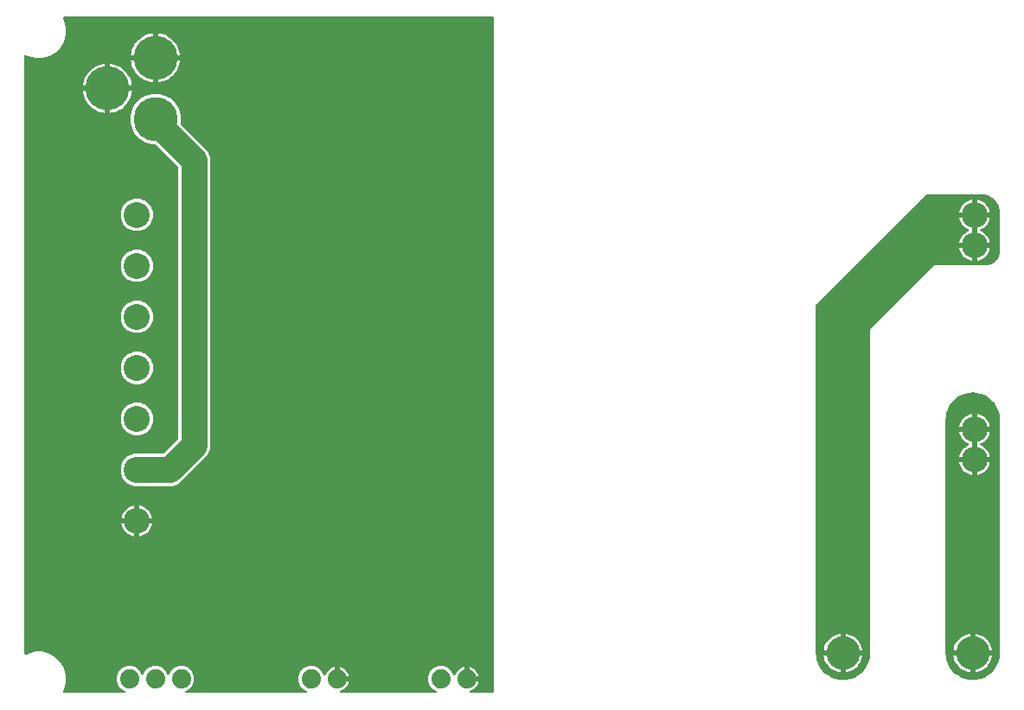
<source format=gbl>
G04 EAGLE Gerber RS-274X export*
G75*
%MOMM*%
%FSLAX34Y34*%
%LPD*%
%INBottom Copper*%
%IPPOS*%
%AMOC8*
5,1,8,0,0,1.08239X$1,22.5*%
G01*
%ADD10C,2.540000*%
%ADD11C,4.318000*%
%ADD12C,1.879600*%
%ADD13C,3.302000*%
%ADD14C,2.540000*%

G36*
X109188Y11439D02*
X109188Y11439D01*
X109258Y11438D01*
X109345Y11459D01*
X109435Y11471D01*
X109499Y11496D01*
X109567Y11513D01*
X109647Y11555D01*
X109730Y11588D01*
X109787Y11629D01*
X109848Y11661D01*
X109915Y11722D01*
X109988Y11774D01*
X110032Y11828D01*
X110084Y11875D01*
X110133Y11950D01*
X110190Y12019D01*
X110220Y12083D01*
X110258Y12141D01*
X110288Y12226D01*
X110326Y12307D01*
X110339Y12376D01*
X110362Y12442D01*
X110369Y12531D01*
X110386Y12619D01*
X110381Y12689D01*
X110387Y12759D01*
X110371Y12847D01*
X110366Y12937D01*
X110344Y13003D01*
X110332Y13072D01*
X110296Y13154D01*
X110268Y13239D01*
X110231Y13298D01*
X110202Y13362D01*
X110146Y13432D01*
X110098Y13508D01*
X110047Y13556D01*
X110003Y13610D01*
X109932Y13665D01*
X109866Y13726D01*
X109805Y13760D01*
X109749Y13802D01*
X109605Y13873D01*
X107250Y14848D01*
X103748Y18350D01*
X101853Y22924D01*
X101853Y27876D01*
X103748Y32450D01*
X107250Y35952D01*
X111824Y37847D01*
X116776Y37847D01*
X121350Y35952D01*
X124852Y32450D01*
X125827Y30095D01*
X125896Y29975D01*
X125961Y29852D01*
X125975Y29837D01*
X125985Y29819D01*
X126082Y29719D01*
X126175Y29616D01*
X126192Y29605D01*
X126206Y29591D01*
X126324Y29518D01*
X126441Y29442D01*
X126460Y29435D01*
X126477Y29424D01*
X126610Y29384D01*
X126742Y29338D01*
X126762Y29337D01*
X126781Y29331D01*
X126920Y29324D01*
X127059Y29313D01*
X127079Y29317D01*
X127099Y29316D01*
X127235Y29344D01*
X127372Y29368D01*
X127391Y29376D01*
X127410Y29380D01*
X127535Y29441D01*
X127662Y29498D01*
X127678Y29511D01*
X127696Y29520D01*
X127802Y29610D01*
X127910Y29697D01*
X127923Y29713D01*
X127938Y29726D01*
X128018Y29840D01*
X128102Y29951D01*
X128114Y29976D01*
X128121Y29986D01*
X128128Y30005D01*
X128173Y30095D01*
X129148Y32450D01*
X132650Y35952D01*
X137224Y37847D01*
X142176Y37847D01*
X146750Y35952D01*
X150252Y32450D01*
X151227Y30095D01*
X151296Y29975D01*
X151361Y29852D01*
X151375Y29837D01*
X151385Y29819D01*
X151482Y29719D01*
X151575Y29616D01*
X151592Y29605D01*
X151606Y29591D01*
X151725Y29518D01*
X151841Y29442D01*
X151860Y29435D01*
X151877Y29424D01*
X152010Y29384D01*
X152142Y29338D01*
X152162Y29337D01*
X152181Y29331D01*
X152320Y29324D01*
X152459Y29313D01*
X152479Y29317D01*
X152499Y29316D01*
X152635Y29344D01*
X152772Y29368D01*
X152791Y29376D01*
X152810Y29380D01*
X152936Y29441D01*
X153062Y29498D01*
X153078Y29511D01*
X153096Y29520D01*
X153202Y29610D01*
X153310Y29697D01*
X153323Y29713D01*
X153338Y29726D01*
X153418Y29840D01*
X153502Y29951D01*
X153514Y29976D01*
X153521Y29986D01*
X153528Y30005D01*
X153573Y30095D01*
X154548Y32450D01*
X158050Y35952D01*
X162624Y37847D01*
X167576Y37847D01*
X172150Y35952D01*
X175652Y32450D01*
X177547Y27876D01*
X177547Y22924D01*
X175652Y18350D01*
X172150Y14848D01*
X169795Y13873D01*
X169735Y13838D01*
X169670Y13812D01*
X169597Y13760D01*
X169519Y13715D01*
X169469Y13667D01*
X169412Y13626D01*
X169355Y13556D01*
X169291Y13494D01*
X169254Y13434D01*
X169210Y13381D01*
X169171Y13299D01*
X169124Y13223D01*
X169104Y13156D01*
X169074Y13093D01*
X169057Y13005D01*
X169031Y12919D01*
X169027Y12849D01*
X169014Y12780D01*
X169020Y12691D01*
X169016Y12601D01*
X169030Y12533D01*
X169034Y12463D01*
X169062Y12378D01*
X169080Y12290D01*
X169111Y12227D01*
X169132Y12161D01*
X169180Y12085D01*
X169220Y12004D01*
X169265Y11951D01*
X169302Y11892D01*
X169368Y11830D01*
X169426Y11762D01*
X169483Y11722D01*
X169534Y11674D01*
X169613Y11631D01*
X169686Y11579D01*
X169751Y11554D01*
X169812Y11520D01*
X169899Y11498D01*
X169983Y11466D01*
X170053Y11458D01*
X170120Y11441D01*
X170281Y11431D01*
X286919Y11431D01*
X286988Y11439D01*
X287058Y11438D01*
X287145Y11459D01*
X287235Y11471D01*
X287299Y11496D01*
X287367Y11513D01*
X287447Y11555D01*
X287530Y11588D01*
X287587Y11629D01*
X287648Y11661D01*
X287715Y11722D01*
X287788Y11774D01*
X287832Y11828D01*
X287884Y11875D01*
X287933Y11950D01*
X287990Y12019D01*
X288020Y12083D01*
X288058Y12141D01*
X288088Y12226D01*
X288126Y12307D01*
X288139Y12376D01*
X288162Y12442D01*
X288169Y12531D01*
X288186Y12619D01*
X288181Y12689D01*
X288187Y12759D01*
X288172Y12847D01*
X288166Y12937D01*
X288144Y13003D01*
X288133Y13072D01*
X288096Y13154D01*
X288068Y13239D01*
X288031Y13298D01*
X288002Y13362D01*
X287946Y13432D01*
X287898Y13508D01*
X287847Y13556D01*
X287803Y13610D01*
X287732Y13665D01*
X287666Y13726D01*
X287605Y13760D01*
X287549Y13802D01*
X287405Y13873D01*
X285050Y14848D01*
X281548Y18350D01*
X279653Y22924D01*
X279653Y27876D01*
X281548Y32450D01*
X285050Y35952D01*
X289624Y37847D01*
X294576Y37847D01*
X299150Y35952D01*
X302652Y32450D01*
X303905Y29425D01*
X303920Y29399D01*
X303929Y29370D01*
X303999Y29261D01*
X304063Y29148D01*
X304084Y29127D01*
X304100Y29102D01*
X304194Y29013D01*
X304284Y28920D01*
X304310Y28904D01*
X304331Y28884D01*
X304445Y28821D01*
X304555Y28754D01*
X304584Y28745D01*
X304610Y28731D01*
X304735Y28698D01*
X304859Y28660D01*
X304889Y28659D01*
X304918Y28651D01*
X305048Y28651D01*
X305177Y28645D01*
X305206Y28651D01*
X305236Y28651D01*
X305361Y28683D01*
X305488Y28709D01*
X305515Y28722D01*
X305544Y28730D01*
X305657Y28792D01*
X305774Y28849D01*
X305797Y28868D01*
X305823Y28883D01*
X305917Y28971D01*
X306016Y29055D01*
X306033Y29080D01*
X306055Y29100D01*
X306124Y29209D01*
X306199Y29315D01*
X306210Y29343D01*
X306226Y29369D01*
X306285Y29518D01*
X306436Y29983D01*
X307289Y31657D01*
X308394Y33178D01*
X309722Y34506D01*
X311243Y35611D01*
X312917Y36464D01*
X314704Y37045D01*
X314961Y37085D01*
X314961Y26670D01*
X314976Y26552D01*
X314983Y26433D01*
X314996Y26395D01*
X315001Y26355D01*
X315044Y26244D01*
X315081Y26131D01*
X315103Y26097D01*
X315118Y26059D01*
X315188Y25963D01*
X315251Y25862D01*
X315281Y25834D01*
X315304Y25802D01*
X315396Y25726D01*
X315483Y25644D01*
X315518Y25625D01*
X315549Y25599D01*
X315657Y25548D01*
X315761Y25491D01*
X315801Y25480D01*
X315837Y25463D01*
X315954Y25441D01*
X316069Y25411D01*
X316130Y25407D01*
X316150Y25403D01*
X316170Y25405D01*
X316230Y25401D01*
X317501Y25401D01*
X317501Y24130D01*
X317516Y24012D01*
X317523Y23893D01*
X317536Y23855D01*
X317541Y23814D01*
X317585Y23704D01*
X317621Y23591D01*
X317643Y23556D01*
X317658Y23519D01*
X317728Y23423D01*
X317791Y23322D01*
X317821Y23294D01*
X317845Y23261D01*
X317936Y23186D01*
X318023Y23104D01*
X318058Y23084D01*
X318090Y23059D01*
X318197Y23008D01*
X318302Y22950D01*
X318341Y22940D01*
X318377Y22923D01*
X318494Y22901D01*
X318609Y22871D01*
X318670Y22867D01*
X318690Y22863D01*
X318710Y22865D01*
X318770Y22861D01*
X329185Y22861D01*
X329145Y22604D01*
X328564Y20817D01*
X327711Y19143D01*
X326606Y17622D01*
X325278Y16294D01*
X323757Y15189D01*
X322083Y14336D01*
X320763Y13907D01*
X320655Y13856D01*
X320544Y13812D01*
X320512Y13789D01*
X320475Y13772D01*
X320383Y13696D01*
X320287Y13626D01*
X320261Y13595D01*
X320230Y13569D01*
X320160Y13473D01*
X320084Y13381D01*
X320067Y13344D01*
X320043Y13312D01*
X319999Y13201D01*
X319948Y13093D01*
X319941Y13053D01*
X319926Y13016D01*
X319911Y12898D01*
X319889Y12780D01*
X319891Y12740D01*
X319886Y12701D01*
X319901Y12582D01*
X319908Y12463D01*
X319921Y12425D01*
X319926Y12385D01*
X319970Y12274D01*
X320006Y12161D01*
X320028Y12127D01*
X320043Y12089D01*
X320113Y11993D01*
X320176Y11892D01*
X320206Y11864D01*
X320229Y11832D01*
X320321Y11756D01*
X320408Y11674D01*
X320443Y11655D01*
X320474Y11629D01*
X320582Y11578D01*
X320687Y11520D01*
X320725Y11510D01*
X320762Y11493D01*
X320879Y11471D01*
X320995Y11441D01*
X321054Y11437D01*
X321074Y11433D01*
X321095Y11435D01*
X321155Y11431D01*
X413919Y11431D01*
X413988Y11439D01*
X414058Y11438D01*
X414145Y11459D01*
X414235Y11471D01*
X414299Y11496D01*
X414367Y11513D01*
X414447Y11555D01*
X414530Y11588D01*
X414587Y11629D01*
X414648Y11661D01*
X414715Y11722D01*
X414788Y11774D01*
X414832Y11828D01*
X414884Y11875D01*
X414933Y11950D01*
X414990Y12019D01*
X415020Y12083D01*
X415058Y12141D01*
X415088Y12226D01*
X415126Y12307D01*
X415139Y12376D01*
X415162Y12442D01*
X415169Y12531D01*
X415186Y12619D01*
X415181Y12689D01*
X415187Y12759D01*
X415172Y12847D01*
X415166Y12937D01*
X415144Y13003D01*
X415133Y13072D01*
X415096Y13154D01*
X415068Y13239D01*
X415031Y13298D01*
X415002Y13362D01*
X414946Y13432D01*
X414898Y13508D01*
X414847Y13556D01*
X414803Y13610D01*
X414732Y13665D01*
X414666Y13726D01*
X414605Y13760D01*
X414549Y13802D01*
X414405Y13873D01*
X412050Y14848D01*
X408548Y18350D01*
X406653Y22924D01*
X406653Y27876D01*
X408548Y32450D01*
X412050Y35952D01*
X416624Y37847D01*
X421576Y37847D01*
X426150Y35952D01*
X429652Y32450D01*
X430905Y29425D01*
X430920Y29399D01*
X430929Y29370D01*
X430999Y29261D01*
X431063Y29148D01*
X431084Y29127D01*
X431100Y29102D01*
X431194Y29013D01*
X431284Y28920D01*
X431310Y28904D01*
X431331Y28884D01*
X431445Y28821D01*
X431555Y28754D01*
X431584Y28745D01*
X431610Y28731D01*
X431735Y28698D01*
X431859Y28660D01*
X431889Y28659D01*
X431918Y28651D01*
X432048Y28651D01*
X432177Y28645D01*
X432206Y28651D01*
X432236Y28651D01*
X432361Y28683D01*
X432488Y28709D01*
X432515Y28722D01*
X432544Y28730D01*
X432657Y28792D01*
X432774Y28849D01*
X432797Y28868D01*
X432823Y28883D01*
X432917Y28971D01*
X433016Y29055D01*
X433033Y29080D01*
X433055Y29100D01*
X433124Y29209D01*
X433199Y29315D01*
X433210Y29343D01*
X433226Y29369D01*
X433285Y29518D01*
X433436Y29983D01*
X434289Y31657D01*
X435394Y33178D01*
X436722Y34506D01*
X438243Y35611D01*
X439917Y36464D01*
X441704Y37045D01*
X441961Y37085D01*
X441961Y26670D01*
X441976Y26552D01*
X441983Y26433D01*
X441996Y26395D01*
X442001Y26355D01*
X442044Y26244D01*
X442081Y26131D01*
X442103Y26097D01*
X442118Y26059D01*
X442188Y25963D01*
X442251Y25862D01*
X442281Y25834D01*
X442304Y25802D01*
X442396Y25726D01*
X442483Y25644D01*
X442518Y25625D01*
X442549Y25599D01*
X442657Y25548D01*
X442761Y25491D01*
X442801Y25480D01*
X442837Y25463D01*
X442954Y25441D01*
X443069Y25411D01*
X443130Y25407D01*
X443150Y25403D01*
X443170Y25405D01*
X443230Y25401D01*
X444501Y25401D01*
X444501Y24130D01*
X444516Y24012D01*
X444523Y23893D01*
X444536Y23855D01*
X444541Y23814D01*
X444585Y23704D01*
X444621Y23591D01*
X444643Y23556D01*
X444658Y23519D01*
X444728Y23423D01*
X444791Y23322D01*
X444821Y23294D01*
X444845Y23261D01*
X444936Y23186D01*
X445023Y23104D01*
X445058Y23084D01*
X445090Y23059D01*
X445197Y23008D01*
X445302Y22950D01*
X445341Y22940D01*
X445377Y22923D01*
X445494Y22901D01*
X445609Y22871D01*
X445670Y22867D01*
X445690Y22863D01*
X445710Y22865D01*
X445770Y22861D01*
X456185Y22861D01*
X456145Y22604D01*
X455564Y20817D01*
X454711Y19143D01*
X453606Y17622D01*
X452278Y16294D01*
X450757Y15189D01*
X449083Y14336D01*
X447763Y13907D01*
X447655Y13856D01*
X447544Y13812D01*
X447512Y13789D01*
X447475Y13772D01*
X447383Y13696D01*
X447287Y13626D01*
X447261Y13595D01*
X447230Y13569D01*
X447160Y13473D01*
X447084Y13381D01*
X447067Y13344D01*
X447043Y13312D01*
X446999Y13201D01*
X446948Y13093D01*
X446941Y13053D01*
X446926Y13016D01*
X446911Y12898D01*
X446889Y12780D01*
X446891Y12740D01*
X446886Y12701D01*
X446901Y12582D01*
X446908Y12463D01*
X446921Y12425D01*
X446926Y12385D01*
X446970Y12274D01*
X447006Y12161D01*
X447028Y12127D01*
X447043Y12089D01*
X447113Y11993D01*
X447176Y11892D01*
X447206Y11864D01*
X447229Y11832D01*
X447321Y11756D01*
X447408Y11674D01*
X447443Y11655D01*
X447474Y11629D01*
X447582Y11578D01*
X447687Y11520D01*
X447725Y11510D01*
X447762Y11493D01*
X447879Y11471D01*
X447995Y11441D01*
X448054Y11437D01*
X448074Y11433D01*
X448095Y11435D01*
X448155Y11431D01*
X469900Y11431D01*
X470018Y11446D01*
X470137Y11453D01*
X470175Y11466D01*
X470216Y11471D01*
X470326Y11514D01*
X470439Y11551D01*
X470474Y11573D01*
X470511Y11588D01*
X470607Y11657D01*
X470708Y11721D01*
X470736Y11751D01*
X470769Y11774D01*
X470845Y11866D01*
X470926Y11953D01*
X470946Y11988D01*
X470971Y12019D01*
X471022Y12127D01*
X471080Y12231D01*
X471090Y12271D01*
X471107Y12307D01*
X471129Y12424D01*
X471159Y12539D01*
X471163Y12599D01*
X471167Y12619D01*
X471165Y12640D01*
X471169Y12700D01*
X471169Y673100D01*
X471154Y673218D01*
X471147Y673337D01*
X471134Y673375D01*
X471129Y673416D01*
X471086Y673526D01*
X471049Y673639D01*
X471027Y673674D01*
X471012Y673711D01*
X470943Y673807D01*
X470879Y673908D01*
X470849Y673936D01*
X470826Y673969D01*
X470734Y674045D01*
X470647Y674126D01*
X470612Y674146D01*
X470581Y674171D01*
X470473Y674222D01*
X470369Y674280D01*
X470329Y674290D01*
X470293Y674307D01*
X470176Y674329D01*
X470061Y674359D01*
X470001Y674363D01*
X469981Y674367D01*
X469960Y674365D01*
X469900Y674369D01*
X50330Y674369D01*
X50199Y674353D01*
X50067Y674342D01*
X50041Y674333D01*
X50014Y674329D01*
X49891Y674281D01*
X49766Y674237D01*
X49744Y674222D01*
X49719Y674212D01*
X49612Y674135D01*
X49501Y674061D01*
X49483Y674041D01*
X49461Y674026D01*
X49377Y673924D01*
X49288Y673825D01*
X49276Y673801D01*
X49259Y673781D01*
X49202Y673661D01*
X49141Y673544D01*
X49135Y673517D01*
X49123Y673493D01*
X49098Y673363D01*
X49068Y673234D01*
X49068Y673207D01*
X49063Y673181D01*
X49071Y673049D01*
X49074Y672916D01*
X49081Y672890D01*
X49083Y672863D01*
X49124Y672737D01*
X49159Y672610D01*
X49176Y672575D01*
X49181Y672561D01*
X49193Y672542D01*
X49231Y672465D01*
X50253Y670695D01*
X52071Y663911D01*
X52071Y656889D01*
X50253Y650105D01*
X46742Y644024D01*
X41776Y639058D01*
X35695Y635547D01*
X28911Y633729D01*
X21889Y633729D01*
X15105Y635547D01*
X13335Y636569D01*
X13213Y636621D01*
X13093Y636677D01*
X13066Y636682D01*
X13041Y636693D01*
X12910Y636712D01*
X12780Y636737D01*
X12754Y636735D01*
X12727Y636739D01*
X12595Y636725D01*
X12463Y636717D01*
X12437Y636709D01*
X12411Y636706D01*
X12287Y636660D01*
X12161Y636619D01*
X12138Y636605D01*
X12112Y636595D01*
X12004Y636520D01*
X11892Y636449D01*
X11873Y636429D01*
X11851Y636414D01*
X11765Y636314D01*
X11674Y636217D01*
X11661Y636194D01*
X11643Y636173D01*
X11584Y636055D01*
X11520Y635939D01*
X11514Y635913D01*
X11502Y635888D01*
X11474Y635759D01*
X11441Y635631D01*
X11439Y635593D01*
X11435Y635577D01*
X11436Y635555D01*
X11431Y635470D01*
X11431Y50330D01*
X11447Y50199D01*
X11458Y50067D01*
X11467Y50041D01*
X11471Y50014D01*
X11519Y49892D01*
X11563Y49766D01*
X11578Y49744D01*
X11588Y49719D01*
X11665Y49612D01*
X11739Y49501D01*
X11759Y49483D01*
X11774Y49461D01*
X11877Y49377D01*
X11975Y49288D01*
X11999Y49276D01*
X12019Y49259D01*
X12139Y49202D01*
X12256Y49141D01*
X12283Y49135D01*
X12307Y49123D01*
X12437Y49098D01*
X12566Y49068D01*
X12593Y49068D01*
X12619Y49063D01*
X12751Y49071D01*
X12884Y49074D01*
X12910Y49081D01*
X12937Y49083D01*
X13063Y49124D01*
X13190Y49159D01*
X13225Y49176D01*
X13239Y49181D01*
X13258Y49193D01*
X13335Y49231D01*
X15105Y50253D01*
X21889Y52071D01*
X28911Y52071D01*
X35695Y50253D01*
X41776Y46742D01*
X46742Y41776D01*
X50253Y35695D01*
X52071Y28911D01*
X52071Y21889D01*
X50253Y15105D01*
X49231Y13335D01*
X49179Y13212D01*
X49123Y13093D01*
X49118Y13066D01*
X49107Y13041D01*
X49088Y12910D01*
X49063Y12780D01*
X49065Y12754D01*
X49061Y12727D01*
X49075Y12595D01*
X49083Y12463D01*
X49091Y12437D01*
X49094Y12411D01*
X49140Y12286D01*
X49181Y12161D01*
X49195Y12138D01*
X49205Y12112D01*
X49280Y12004D01*
X49351Y11892D01*
X49371Y11873D01*
X49386Y11851D01*
X49486Y11765D01*
X49583Y11674D01*
X49607Y11661D01*
X49627Y11643D01*
X49745Y11584D01*
X49861Y11520D01*
X49887Y11514D01*
X49912Y11502D01*
X50041Y11474D01*
X50169Y11441D01*
X50207Y11439D01*
X50223Y11435D01*
X50245Y11436D01*
X50330Y11431D01*
X109119Y11431D01*
X109188Y11439D01*
G37*
G36*
X812891Y24134D02*
X812891Y24134D01*
X816505Y24393D01*
X816515Y24395D01*
X816525Y24394D01*
X816685Y24418D01*
X820226Y25189D01*
X820235Y25192D01*
X820245Y25193D01*
X820400Y25240D01*
X823795Y26506D01*
X823804Y26511D01*
X823814Y26513D01*
X823960Y26581D01*
X827141Y28318D01*
X827149Y28324D01*
X827158Y28328D01*
X827293Y28416D01*
X830194Y30588D01*
X830201Y30595D01*
X830210Y30600D01*
X830331Y30706D01*
X832894Y33269D01*
X832900Y33277D01*
X832908Y33283D01*
X833012Y33406D01*
X835184Y36307D01*
X835189Y36316D01*
X835196Y36323D01*
X835282Y36459D01*
X837019Y39640D01*
X837022Y39650D01*
X837028Y39658D01*
X837094Y39805D01*
X838360Y43200D01*
X838363Y43210D01*
X838367Y43219D01*
X838411Y43374D01*
X839182Y46915D01*
X839183Y46925D01*
X839186Y46935D01*
X839208Y47095D01*
X839466Y50709D01*
X839465Y50731D01*
X839469Y50800D01*
X839469Y367774D01*
X902226Y430531D01*
X952500Y430531D01*
X952522Y430533D01*
X952611Y430536D01*
X954816Y430729D01*
X954846Y430735D01*
X954876Y430735D01*
X955034Y430767D01*
X957172Y431340D01*
X957200Y431351D01*
X957230Y431357D01*
X957380Y431416D01*
X959386Y432351D01*
X959412Y432367D01*
X959441Y432378D01*
X959578Y432462D01*
X961391Y433732D01*
X961414Y433752D01*
X961440Y433767D01*
X961561Y433874D01*
X963126Y435439D01*
X963145Y435463D01*
X963168Y435483D01*
X963268Y435609D01*
X964538Y437422D01*
X964552Y437449D01*
X964572Y437472D01*
X964649Y437614D01*
X965584Y439620D01*
X965594Y439649D01*
X965609Y439675D01*
X965660Y439828D01*
X966233Y441966D01*
X966237Y441996D01*
X966247Y442025D01*
X966271Y442184D01*
X966464Y444389D01*
X966464Y444411D01*
X966469Y444500D01*
X966469Y482600D01*
X966467Y482622D01*
X966465Y482700D01*
X966262Y485282D01*
X966258Y485301D01*
X966259Y485320D01*
X966231Y485479D01*
X965626Y487998D01*
X965619Y488016D01*
X965617Y488035D01*
X965565Y488188D01*
X964573Y490581D01*
X964564Y490598D01*
X964558Y490616D01*
X964483Y490759D01*
X963129Y492968D01*
X963117Y492983D01*
X963109Y493000D01*
X963012Y493129D01*
X961330Y495099D01*
X961315Y495112D01*
X961304Y495127D01*
X961189Y495240D01*
X959219Y496922D01*
X959203Y496933D01*
X959189Y496946D01*
X959058Y497039D01*
X956849Y498393D01*
X956831Y498401D01*
X956816Y498412D01*
X956671Y498483D01*
X954278Y499475D01*
X954259Y499480D01*
X954242Y499489D01*
X954088Y499536D01*
X951569Y500141D01*
X951550Y500143D01*
X951532Y500149D01*
X951372Y500172D01*
X948790Y500375D01*
X948768Y500374D01*
X948690Y500379D01*
X895350Y500379D01*
X895252Y500367D01*
X895153Y500364D01*
X895095Y500347D01*
X895034Y500339D01*
X894942Y500303D01*
X894847Y500275D01*
X894795Y500245D01*
X894739Y500222D01*
X894659Y500164D01*
X894573Y500114D01*
X894498Y500048D01*
X894481Y500036D01*
X894474Y500026D01*
X894453Y500008D01*
X786503Y392058D01*
X786442Y391979D01*
X786374Y391907D01*
X786345Y391854D01*
X786308Y391806D01*
X786268Y391715D01*
X786220Y391629D01*
X786205Y391570D01*
X786181Y391514D01*
X786166Y391416D01*
X786141Y391321D01*
X786135Y391221D01*
X786131Y391200D01*
X786133Y391188D01*
X786131Y391160D01*
X786131Y50800D01*
X786133Y50779D01*
X786134Y50709D01*
X786393Y47095D01*
X786395Y47085D01*
X786394Y47075D01*
X786418Y46915D01*
X787189Y43374D01*
X787192Y43365D01*
X787193Y43355D01*
X787240Y43200D01*
X788506Y39805D01*
X788511Y39796D01*
X788513Y39786D01*
X788581Y39640D01*
X790318Y36459D01*
X790324Y36451D01*
X790328Y36442D01*
X790416Y36307D01*
X792588Y33406D01*
X792595Y33399D01*
X792600Y33390D01*
X792706Y33269D01*
X795269Y30706D01*
X795277Y30700D01*
X795283Y30692D01*
X795406Y30588D01*
X798307Y28416D01*
X798316Y28411D01*
X798323Y28404D01*
X798459Y28318D01*
X801640Y26581D01*
X801650Y26578D01*
X801658Y26572D01*
X801805Y26506D01*
X805200Y25240D01*
X805210Y25237D01*
X805219Y25233D01*
X805374Y25189D01*
X808915Y24418D01*
X808925Y24417D01*
X808935Y24414D01*
X809095Y24393D01*
X812709Y24134D01*
X812720Y24135D01*
X812730Y24133D01*
X812891Y24134D01*
G37*
G36*
X939891Y24134D02*
X939891Y24134D01*
X943505Y24393D01*
X943515Y24395D01*
X943525Y24394D01*
X943685Y24418D01*
X947226Y25189D01*
X947235Y25192D01*
X947245Y25193D01*
X947400Y25240D01*
X950795Y26506D01*
X950804Y26511D01*
X950814Y26513D01*
X950960Y26581D01*
X954141Y28318D01*
X954149Y28324D01*
X954158Y28328D01*
X954293Y28416D01*
X957194Y30588D01*
X957201Y30595D01*
X957210Y30600D01*
X957331Y30706D01*
X959894Y33269D01*
X959900Y33277D01*
X959908Y33283D01*
X960012Y33406D01*
X962184Y36307D01*
X962189Y36316D01*
X962196Y36323D01*
X962282Y36459D01*
X964019Y39640D01*
X964022Y39650D01*
X964028Y39658D01*
X964094Y39805D01*
X965360Y43200D01*
X965363Y43210D01*
X965367Y43219D01*
X965411Y43374D01*
X966182Y46915D01*
X966183Y46925D01*
X966186Y46935D01*
X966208Y47095D01*
X966466Y50709D01*
X966465Y50731D01*
X966469Y50800D01*
X966469Y279400D01*
X966467Y279421D01*
X966466Y279491D01*
X966208Y283105D01*
X966206Y283115D01*
X966206Y283125D01*
X966182Y283285D01*
X965411Y286826D01*
X965408Y286835D01*
X965407Y286845D01*
X965360Y287000D01*
X964094Y290395D01*
X964089Y290404D01*
X964087Y290414D01*
X964019Y290560D01*
X962282Y293741D01*
X962276Y293749D01*
X962272Y293758D01*
X962184Y293893D01*
X960012Y296794D01*
X960005Y296801D01*
X960000Y296810D01*
X959894Y296931D01*
X957331Y299494D01*
X957323Y299500D01*
X957317Y299508D01*
X957194Y299612D01*
X954293Y301784D01*
X954284Y301789D01*
X954277Y301796D01*
X954141Y301882D01*
X950960Y303619D01*
X950950Y303622D01*
X950942Y303628D01*
X950795Y303694D01*
X947400Y304960D01*
X947390Y304963D01*
X947381Y304967D01*
X947226Y305011D01*
X943685Y305782D01*
X943675Y305783D01*
X943665Y305786D01*
X943505Y305808D01*
X939891Y306066D01*
X939880Y306065D01*
X939870Y306067D01*
X939709Y306066D01*
X936095Y305808D01*
X936085Y305806D01*
X936075Y305806D01*
X935915Y305782D01*
X932374Y305011D01*
X932365Y305008D01*
X932355Y305007D01*
X932200Y304960D01*
X928805Y303694D01*
X928796Y303689D01*
X928786Y303687D01*
X928640Y303619D01*
X925459Y301882D01*
X925451Y301876D01*
X925442Y301872D01*
X925307Y301784D01*
X922406Y299612D01*
X922399Y299605D01*
X922390Y299600D01*
X922269Y299494D01*
X919706Y296931D01*
X919700Y296923D01*
X919692Y296917D01*
X919588Y296794D01*
X917416Y293893D01*
X917411Y293884D01*
X917404Y293877D01*
X917318Y293741D01*
X915581Y290560D01*
X915578Y290550D01*
X915572Y290542D01*
X915506Y290395D01*
X914240Y287000D01*
X914237Y286990D01*
X914233Y286981D01*
X914189Y286826D01*
X913418Y283285D01*
X913417Y283275D01*
X913414Y283265D01*
X913393Y283105D01*
X913134Y279491D01*
X913135Y279469D01*
X913131Y279400D01*
X913131Y50800D01*
X913133Y50779D01*
X913134Y50709D01*
X913393Y47095D01*
X913395Y47085D01*
X913394Y47075D01*
X913418Y46915D01*
X914189Y43374D01*
X914192Y43365D01*
X914193Y43355D01*
X914240Y43200D01*
X915506Y39805D01*
X915511Y39796D01*
X915513Y39786D01*
X915581Y39640D01*
X917318Y36459D01*
X917324Y36451D01*
X917328Y36442D01*
X917416Y36307D01*
X919588Y33406D01*
X919595Y33399D01*
X919600Y33390D01*
X919706Y33269D01*
X922269Y30706D01*
X922277Y30700D01*
X922283Y30692D01*
X922406Y30588D01*
X925307Y28416D01*
X925316Y28411D01*
X925323Y28404D01*
X925459Y28318D01*
X928640Y26581D01*
X928650Y26578D01*
X928658Y26572D01*
X928805Y26506D01*
X932200Y25240D01*
X932210Y25237D01*
X932219Y25233D01*
X932374Y25189D01*
X935915Y24418D01*
X935925Y24417D01*
X935935Y24414D01*
X936095Y24393D01*
X939709Y24134D01*
X939720Y24135D01*
X939730Y24133D01*
X939891Y24134D01*
G37*
%LPC*%
G36*
X118367Y214451D02*
X118367Y214451D01*
X112579Y216849D01*
X108149Y221279D01*
X105751Y227067D01*
X105751Y233333D01*
X108149Y239121D01*
X112579Y243551D01*
X118367Y245949D01*
X146951Y245949D01*
X147049Y245961D01*
X147148Y245964D01*
X147206Y245981D01*
X147266Y245989D01*
X147359Y246025D01*
X147454Y246053D01*
X147506Y246083D01*
X147562Y246106D01*
X147642Y246164D01*
X147728Y246214D01*
X147803Y246280D01*
X147819Y246292D01*
X147827Y246302D01*
X147848Y246320D01*
X161680Y260152D01*
X161740Y260230D01*
X161808Y260302D01*
X161837Y260355D01*
X161874Y260403D01*
X161914Y260494D01*
X161962Y260580D01*
X161977Y260639D01*
X162001Y260695D01*
X162016Y260793D01*
X162041Y260888D01*
X162047Y260988D01*
X162051Y261009D01*
X162049Y261021D01*
X162051Y261049D01*
X162051Y526351D01*
X162039Y526449D01*
X162036Y526548D01*
X162019Y526606D01*
X162011Y526666D01*
X161975Y526759D01*
X161947Y526854D01*
X161917Y526906D01*
X161894Y526962D01*
X161836Y527042D01*
X161786Y527128D01*
X161720Y527203D01*
X161708Y527219D01*
X161698Y527227D01*
X161680Y527248D01*
X139738Y549190D01*
X139660Y549250D01*
X139588Y549318D01*
X139535Y549347D01*
X139487Y549384D01*
X139396Y549424D01*
X139310Y549472D01*
X139251Y549487D01*
X139195Y549511D01*
X139097Y549526D01*
X139002Y549551D01*
X138902Y549557D01*
X138881Y549561D01*
X138869Y549559D01*
X138841Y549561D01*
X136456Y549561D01*
X130190Y551240D01*
X124571Y554484D01*
X119984Y559071D01*
X116740Y564690D01*
X115061Y570956D01*
X115061Y577444D01*
X116740Y583710D01*
X119984Y589329D01*
X124571Y593916D01*
X130190Y597160D01*
X136456Y598839D01*
X142944Y598839D01*
X149210Y597160D01*
X154829Y593916D01*
X159416Y589329D01*
X162660Y583710D01*
X164339Y577444D01*
X164339Y570956D01*
X164143Y570226D01*
X164129Y570122D01*
X164106Y570019D01*
X164106Y569997D01*
X164103Y569981D01*
X164105Y569949D01*
X164100Y569911D01*
X164112Y569806D01*
X164115Y569701D01*
X164122Y569677D01*
X164123Y569664D01*
X164132Y569637D01*
X164136Y569595D01*
X164174Y569497D01*
X164204Y569395D01*
X164218Y569371D01*
X164221Y569361D01*
X164234Y569340D01*
X164250Y569298D01*
X164312Y569212D01*
X164365Y569121D01*
X164422Y569057D01*
X164435Y569039D01*
X164446Y569029D01*
X164472Y569000D01*
X191151Y542321D01*
X193549Y536533D01*
X193549Y250867D01*
X191151Y245079D01*
X162921Y216849D01*
X157133Y214451D01*
X118367Y214451D01*
G37*
%LPD*%
%LPC*%
G36*
X118367Y464451D02*
X118367Y464451D01*
X112579Y466849D01*
X108149Y471279D01*
X105751Y477067D01*
X105751Y483333D01*
X108149Y489121D01*
X112579Y493551D01*
X118367Y495949D01*
X124633Y495949D01*
X130421Y493551D01*
X134851Y489121D01*
X137249Y483333D01*
X137249Y477067D01*
X134851Y471279D01*
X130421Y466849D01*
X124633Y464451D01*
X118367Y464451D01*
G37*
%LPD*%
%LPC*%
G36*
X118367Y364451D02*
X118367Y364451D01*
X112579Y366849D01*
X108149Y371279D01*
X105751Y377067D01*
X105751Y383333D01*
X108149Y389121D01*
X112579Y393551D01*
X118367Y395949D01*
X124633Y395949D01*
X130421Y393551D01*
X134851Y389121D01*
X137249Y383333D01*
X137249Y377067D01*
X134851Y371279D01*
X130421Y366849D01*
X124633Y364451D01*
X118367Y364451D01*
G37*
%LPD*%
%LPC*%
G36*
X118367Y414451D02*
X118367Y414451D01*
X112579Y416849D01*
X108149Y421279D01*
X105751Y427067D01*
X105751Y433333D01*
X108149Y439121D01*
X112579Y443551D01*
X118367Y445949D01*
X124633Y445949D01*
X130421Y443551D01*
X134851Y439121D01*
X137249Y433333D01*
X137249Y427067D01*
X134851Y421279D01*
X130421Y416849D01*
X124633Y414451D01*
X118367Y414451D01*
G37*
%LPD*%
%LPC*%
G36*
X118367Y264451D02*
X118367Y264451D01*
X112579Y266849D01*
X108149Y271279D01*
X105751Y277067D01*
X105751Y283333D01*
X108149Y289121D01*
X112579Y293551D01*
X118367Y295949D01*
X124633Y295949D01*
X130421Y293551D01*
X134851Y289121D01*
X137249Y283333D01*
X137249Y277067D01*
X134851Y271279D01*
X130421Y266849D01*
X124633Y264451D01*
X118367Y264451D01*
G37*
%LPD*%
%LPC*%
G36*
X118367Y314451D02*
X118367Y314451D01*
X112579Y316849D01*
X108149Y321279D01*
X105751Y327067D01*
X105751Y333333D01*
X108149Y339121D01*
X112579Y343551D01*
X118367Y345949D01*
X124633Y345949D01*
X130421Y343551D01*
X134851Y339121D01*
X137249Y333333D01*
X137249Y327067D01*
X134851Y321279D01*
X130421Y316849D01*
X124633Y314451D01*
X118367Y314451D01*
G37*
%LPD*%
%LPC*%
G36*
X142239Y636739D02*
X142239Y636739D01*
X142239Y658197D01*
X143748Y658027D01*
X146391Y657424D01*
X148949Y656529D01*
X151391Y655353D01*
X153686Y653911D01*
X155805Y652221D01*
X157721Y650305D01*
X159411Y648186D01*
X160853Y645891D01*
X162029Y643449D01*
X162924Y640891D01*
X163527Y638248D01*
X163697Y636739D01*
X142239Y636739D01*
G37*
%LPD*%
%LPC*%
G36*
X95239Y606739D02*
X95239Y606739D01*
X95239Y628197D01*
X96748Y628027D01*
X99391Y627424D01*
X101949Y626529D01*
X104391Y625353D01*
X106686Y623911D01*
X108805Y622221D01*
X110721Y620305D01*
X112411Y618186D01*
X113853Y615891D01*
X115029Y613449D01*
X115924Y610891D01*
X116527Y608248D01*
X116697Y606739D01*
X95239Y606739D01*
G37*
%LPD*%
%LPC*%
G36*
X115703Y636739D02*
X115703Y636739D01*
X115873Y638248D01*
X116476Y640891D01*
X117371Y643449D01*
X118547Y645891D01*
X119989Y648186D01*
X121679Y650305D01*
X123595Y652221D01*
X125714Y653911D01*
X128009Y655353D01*
X130451Y656529D01*
X133009Y657424D01*
X135652Y658027D01*
X137161Y658197D01*
X137161Y636739D01*
X115703Y636739D01*
G37*
%LPD*%
%LPC*%
G36*
X142239Y631661D02*
X142239Y631661D01*
X163697Y631661D01*
X163527Y630152D01*
X162924Y627509D01*
X162029Y624951D01*
X160853Y622509D01*
X159411Y620214D01*
X157721Y618095D01*
X155805Y616179D01*
X153686Y614489D01*
X151391Y613047D01*
X148949Y611871D01*
X146391Y610976D01*
X143748Y610373D01*
X142239Y610203D01*
X142239Y631661D01*
G37*
%LPD*%
%LPC*%
G36*
X68703Y606739D02*
X68703Y606739D01*
X68873Y608248D01*
X69476Y610891D01*
X70371Y613449D01*
X71547Y615891D01*
X72989Y618186D01*
X74679Y620305D01*
X76595Y622221D01*
X78714Y623911D01*
X81009Y625353D01*
X83451Y626529D01*
X86009Y627424D01*
X88652Y628027D01*
X90161Y628197D01*
X90161Y606739D01*
X68703Y606739D01*
G37*
%LPD*%
%LPC*%
G36*
X95239Y601661D02*
X95239Y601661D01*
X116697Y601661D01*
X116527Y600152D01*
X115924Y597509D01*
X115029Y594951D01*
X113853Y592509D01*
X112411Y590214D01*
X110721Y588095D01*
X108805Y586179D01*
X106686Y584489D01*
X104391Y583047D01*
X101949Y581871D01*
X99391Y580976D01*
X96748Y580373D01*
X95239Y580203D01*
X95239Y601661D01*
G37*
%LPD*%
%LPC*%
G36*
X135652Y610373D02*
X135652Y610373D01*
X133009Y610976D01*
X130451Y611871D01*
X128009Y613047D01*
X125714Y614489D01*
X123595Y616179D01*
X121679Y618095D01*
X119989Y620214D01*
X118547Y622509D01*
X117371Y624951D01*
X116476Y627509D01*
X115873Y630152D01*
X115703Y631661D01*
X137161Y631661D01*
X137161Y610203D01*
X135652Y610373D01*
G37*
%LPD*%
%LPC*%
G36*
X88652Y580373D02*
X88652Y580373D01*
X86009Y580976D01*
X83451Y581871D01*
X81009Y583047D01*
X78714Y584489D01*
X76595Y586179D01*
X74679Y588095D01*
X72989Y590214D01*
X71547Y592509D01*
X70371Y594951D01*
X69476Y597509D01*
X68873Y600152D01*
X68703Y601661D01*
X90161Y601661D01*
X90161Y580203D01*
X88652Y580373D01*
G37*
%LPD*%
%LPC*%
G36*
X944039Y242739D02*
X944039Y242739D01*
X944039Y267661D01*
X956538Y267661D01*
X956480Y267220D01*
X955963Y265290D01*
X955198Y263445D01*
X954199Y261715D01*
X952983Y260130D01*
X951570Y258717D01*
X949985Y257501D01*
X948255Y256502D01*
X947944Y256373D01*
X947823Y256304D01*
X947700Y256239D01*
X947685Y256225D01*
X947668Y256215D01*
X947568Y256119D01*
X947465Y256025D01*
X947454Y256008D01*
X947439Y255994D01*
X947367Y255876D01*
X947290Y255759D01*
X947283Y255740D01*
X947273Y255723D01*
X947232Y255590D01*
X947187Y255458D01*
X947185Y255438D01*
X947179Y255419D01*
X947173Y255280D01*
X947162Y255141D01*
X947165Y255121D01*
X947164Y255101D01*
X947192Y254965D01*
X947216Y254828D01*
X947224Y254810D01*
X947228Y254790D01*
X947290Y254665D01*
X947347Y254538D01*
X947359Y254522D01*
X947368Y254504D01*
X947458Y254398D01*
X947545Y254290D01*
X947561Y254277D01*
X947574Y254262D01*
X947688Y254182D01*
X947799Y254098D01*
X947824Y254086D01*
X947834Y254079D01*
X947854Y254072D01*
X947944Y254027D01*
X948255Y253898D01*
X949985Y252899D01*
X951570Y251683D01*
X952983Y250270D01*
X954199Y248685D01*
X955198Y246955D01*
X955963Y245110D01*
X956480Y243180D01*
X956538Y242739D01*
X944039Y242739D01*
G37*
%LPD*%
%LPC*%
G36*
X944039Y452739D02*
X944039Y452739D01*
X944039Y477661D01*
X956538Y477661D01*
X956480Y477220D01*
X955963Y475290D01*
X955198Y473445D01*
X954199Y471715D01*
X952983Y470130D01*
X951570Y468717D01*
X949985Y467501D01*
X948255Y466502D01*
X947944Y466373D01*
X947823Y466304D01*
X947700Y466239D01*
X947685Y466225D01*
X947668Y466215D01*
X947568Y466119D01*
X947465Y466025D01*
X947454Y466008D01*
X947439Y465994D01*
X947367Y465876D01*
X947290Y465759D01*
X947283Y465740D01*
X947273Y465723D01*
X947232Y465590D01*
X947187Y465458D01*
X947185Y465438D01*
X947179Y465419D01*
X947173Y465280D01*
X947162Y465141D01*
X947165Y465121D01*
X947164Y465101D01*
X947192Y464965D01*
X947216Y464828D01*
X947224Y464810D01*
X947228Y464790D01*
X947290Y464665D01*
X947347Y464538D01*
X947359Y464522D01*
X947368Y464504D01*
X947458Y464398D01*
X947545Y464290D01*
X947561Y464277D01*
X947574Y464262D01*
X947688Y464182D01*
X947799Y464098D01*
X947824Y464086D01*
X947834Y464079D01*
X947854Y464072D01*
X947944Y464027D01*
X948255Y463898D01*
X949985Y462899D01*
X951570Y461683D01*
X952983Y460270D01*
X954199Y458685D01*
X955198Y456955D01*
X955963Y455110D01*
X956480Y453180D01*
X956538Y452739D01*
X944039Y452739D01*
G37*
%LPD*%
%LPC*%
G36*
X926462Y242739D02*
X926462Y242739D01*
X926520Y243180D01*
X927037Y245110D01*
X927802Y246955D01*
X928801Y248685D01*
X930017Y250270D01*
X931430Y251683D01*
X933015Y252899D01*
X934745Y253898D01*
X935056Y254027D01*
X935177Y254096D01*
X935300Y254161D01*
X935315Y254175D01*
X935333Y254185D01*
X935432Y254282D01*
X935535Y254375D01*
X935546Y254392D01*
X935561Y254406D01*
X935633Y254524D01*
X935710Y254641D01*
X935717Y254660D01*
X935727Y254677D01*
X935768Y254810D01*
X935813Y254942D01*
X935815Y254962D01*
X935821Y254981D01*
X935827Y255120D01*
X935838Y255259D01*
X935835Y255279D01*
X935836Y255299D01*
X935808Y255435D01*
X935784Y255572D01*
X935776Y255591D01*
X935772Y255610D01*
X935711Y255735D01*
X935653Y255862D01*
X935641Y255878D01*
X935632Y255896D01*
X935542Y256002D01*
X935455Y256111D01*
X935439Y256123D01*
X935426Y256138D01*
X935312Y256218D01*
X935201Y256302D01*
X935175Y256314D01*
X935165Y256321D01*
X935146Y256328D01*
X935056Y256373D01*
X934745Y256502D01*
X933015Y257501D01*
X931430Y258717D01*
X930017Y260130D01*
X928801Y261715D01*
X927802Y263445D01*
X927037Y265290D01*
X926520Y267220D01*
X926462Y267661D01*
X938961Y267661D01*
X938961Y242739D01*
X926462Y242739D01*
G37*
%LPD*%
%LPC*%
G36*
X926462Y452739D02*
X926462Y452739D01*
X926520Y453180D01*
X927037Y455110D01*
X927802Y456955D01*
X928801Y458685D01*
X930017Y460270D01*
X931430Y461683D01*
X933015Y462899D01*
X934745Y463898D01*
X935056Y464027D01*
X935177Y464096D01*
X935300Y464161D01*
X935315Y464175D01*
X935333Y464185D01*
X935432Y464282D01*
X935535Y464375D01*
X935546Y464392D01*
X935561Y464406D01*
X935633Y464524D01*
X935710Y464641D01*
X935717Y464660D01*
X935727Y464677D01*
X935768Y464810D01*
X935813Y464942D01*
X935815Y464962D01*
X935821Y464981D01*
X935827Y465120D01*
X935838Y465259D01*
X935835Y465279D01*
X935836Y465299D01*
X935808Y465435D01*
X935784Y465572D01*
X935776Y465591D01*
X935772Y465610D01*
X935711Y465735D01*
X935653Y465862D01*
X935641Y465878D01*
X935632Y465896D01*
X935542Y466002D01*
X935455Y466111D01*
X935439Y466123D01*
X935426Y466138D01*
X935312Y466218D01*
X935201Y466302D01*
X935175Y466314D01*
X935165Y466321D01*
X935146Y466328D01*
X935056Y466373D01*
X934745Y466502D01*
X933015Y467501D01*
X931430Y468717D01*
X930017Y470130D01*
X928801Y471715D01*
X927802Y473445D01*
X927037Y475290D01*
X926520Y477220D01*
X926462Y477661D01*
X938961Y477661D01*
X938961Y452739D01*
X926462Y452739D01*
G37*
%LPD*%
%LPC*%
G36*
X815339Y53339D02*
X815339Y53339D01*
X815339Y69681D01*
X816525Y69525D01*
X818937Y68878D01*
X821244Y67923D01*
X823407Y66674D01*
X825388Y65154D01*
X827154Y63388D01*
X828674Y61407D01*
X829923Y59244D01*
X830878Y56937D01*
X831525Y54525D01*
X831681Y53339D01*
X815339Y53339D01*
G37*
%LPD*%
%LPC*%
G36*
X942339Y53339D02*
X942339Y53339D01*
X942339Y69681D01*
X943525Y69525D01*
X945937Y68878D01*
X948244Y67923D01*
X950407Y66674D01*
X952388Y65154D01*
X954154Y63388D01*
X955674Y61407D01*
X956923Y59244D01*
X957878Y56937D01*
X958525Y54525D01*
X958681Y53339D01*
X942339Y53339D01*
G37*
%LPD*%
%LPC*%
G36*
X793919Y53339D02*
X793919Y53339D01*
X794075Y54525D01*
X794722Y56937D01*
X795677Y59244D01*
X796926Y61407D01*
X798446Y63388D01*
X800212Y65154D01*
X802193Y66674D01*
X804356Y67923D01*
X806663Y68878D01*
X809075Y69525D01*
X810261Y69681D01*
X810261Y53339D01*
X793919Y53339D01*
G37*
%LPD*%
%LPC*%
G36*
X942339Y48261D02*
X942339Y48261D01*
X958681Y48261D01*
X958525Y47075D01*
X957878Y44663D01*
X956923Y42356D01*
X955674Y40193D01*
X954154Y38212D01*
X952388Y36446D01*
X950407Y34926D01*
X948244Y33677D01*
X945937Y32722D01*
X943525Y32075D01*
X942339Y31919D01*
X942339Y48261D01*
G37*
%LPD*%
%LPC*%
G36*
X920919Y53339D02*
X920919Y53339D01*
X921075Y54525D01*
X921722Y56937D01*
X922677Y59244D01*
X923926Y61407D01*
X925446Y63388D01*
X927212Y65154D01*
X929193Y66674D01*
X931356Y67923D01*
X933663Y68878D01*
X936075Y69525D01*
X937261Y69681D01*
X937261Y53339D01*
X920919Y53339D01*
G37*
%LPD*%
%LPC*%
G36*
X815339Y48261D02*
X815339Y48261D01*
X831681Y48261D01*
X831525Y47075D01*
X830878Y44663D01*
X829923Y42356D01*
X828674Y40193D01*
X827154Y38212D01*
X825388Y36446D01*
X823407Y34926D01*
X821244Y33677D01*
X818937Y32722D01*
X816525Y32075D01*
X815339Y31919D01*
X815339Y48261D01*
G37*
%LPD*%
%LPC*%
G36*
X936075Y32075D02*
X936075Y32075D01*
X933663Y32722D01*
X931356Y33677D01*
X929193Y34926D01*
X927212Y36446D01*
X925446Y38212D01*
X923926Y40193D01*
X922677Y42356D01*
X921722Y44663D01*
X921075Y47075D01*
X920919Y48261D01*
X937261Y48261D01*
X937261Y31919D01*
X936075Y32075D01*
G37*
%LPD*%
%LPC*%
G36*
X809075Y32075D02*
X809075Y32075D01*
X806663Y32722D01*
X804356Y33677D01*
X802193Y34926D01*
X800212Y36446D01*
X798446Y38212D01*
X796926Y40193D01*
X795677Y42356D01*
X794722Y44663D01*
X794075Y47075D01*
X793919Y48261D01*
X810261Y48261D01*
X810261Y31919D01*
X809075Y32075D01*
G37*
%LPD*%
%LPC*%
G36*
X124039Y182739D02*
X124039Y182739D01*
X124039Y195238D01*
X124480Y195180D01*
X126410Y194663D01*
X128255Y193898D01*
X129985Y192899D01*
X131570Y191683D01*
X132983Y190270D01*
X134199Y188685D01*
X135198Y186955D01*
X135963Y185110D01*
X136480Y183180D01*
X136538Y182739D01*
X124039Y182739D01*
G37*
%LPD*%
%LPC*%
G36*
X944039Y482739D02*
X944039Y482739D01*
X944039Y495238D01*
X944480Y495180D01*
X946410Y494663D01*
X948255Y493898D01*
X949985Y492899D01*
X951570Y491683D01*
X952983Y490270D01*
X954199Y488685D01*
X955198Y486955D01*
X955963Y485110D01*
X956480Y483180D01*
X956538Y482739D01*
X944039Y482739D01*
G37*
%LPD*%
%LPC*%
G36*
X944039Y272739D02*
X944039Y272739D01*
X944039Y285238D01*
X944480Y285180D01*
X946410Y284663D01*
X948255Y283898D01*
X949985Y282899D01*
X951570Y281683D01*
X952983Y280270D01*
X954199Y278685D01*
X955198Y276955D01*
X955963Y275110D01*
X956480Y273180D01*
X956538Y272739D01*
X944039Y272739D01*
G37*
%LPD*%
%LPC*%
G36*
X106462Y182739D02*
X106462Y182739D01*
X106520Y183180D01*
X107037Y185110D01*
X107802Y186955D01*
X108801Y188685D01*
X110017Y190270D01*
X111430Y191683D01*
X113015Y192899D01*
X114745Y193898D01*
X116590Y194663D01*
X118520Y195180D01*
X118961Y195238D01*
X118961Y182739D01*
X106462Y182739D01*
G37*
%LPD*%
%LPC*%
G36*
X124039Y177661D02*
X124039Y177661D01*
X136538Y177661D01*
X136480Y177220D01*
X135963Y175290D01*
X135198Y173445D01*
X134199Y171715D01*
X132983Y170130D01*
X131570Y168717D01*
X129985Y167501D01*
X128255Y166502D01*
X126410Y165737D01*
X124480Y165220D01*
X124039Y165162D01*
X124039Y177661D01*
G37*
%LPD*%
%LPC*%
G36*
X926462Y482739D02*
X926462Y482739D01*
X926520Y483180D01*
X927037Y485110D01*
X927802Y486955D01*
X928801Y488685D01*
X930017Y490270D01*
X931430Y491683D01*
X933015Y492899D01*
X934745Y493898D01*
X936590Y494663D01*
X938520Y495180D01*
X938961Y495238D01*
X938961Y482739D01*
X926462Y482739D01*
G37*
%LPD*%
%LPC*%
G36*
X944039Y447661D02*
X944039Y447661D01*
X956538Y447661D01*
X956480Y447220D01*
X955963Y445290D01*
X955198Y443445D01*
X954199Y441715D01*
X952983Y440130D01*
X951570Y438717D01*
X949985Y437501D01*
X948255Y436502D01*
X946410Y435737D01*
X944480Y435220D01*
X944039Y435162D01*
X944039Y447661D01*
G37*
%LPD*%
%LPC*%
G36*
X944039Y237661D02*
X944039Y237661D01*
X956538Y237661D01*
X956480Y237220D01*
X955963Y235290D01*
X955198Y233445D01*
X954199Y231715D01*
X952983Y230130D01*
X951570Y228717D01*
X949985Y227501D01*
X948255Y226502D01*
X946410Y225737D01*
X944480Y225220D01*
X944039Y225162D01*
X944039Y237661D01*
G37*
%LPD*%
%LPC*%
G36*
X926462Y272739D02*
X926462Y272739D01*
X926520Y273180D01*
X927037Y275110D01*
X927802Y276955D01*
X928801Y278685D01*
X930017Y280270D01*
X931430Y281683D01*
X933015Y282899D01*
X934745Y283898D01*
X936590Y284663D01*
X938520Y285180D01*
X938961Y285238D01*
X938961Y272739D01*
X926462Y272739D01*
G37*
%LPD*%
%LPC*%
G36*
X118520Y165220D02*
X118520Y165220D01*
X116590Y165737D01*
X114745Y166502D01*
X113015Y167501D01*
X111430Y168717D01*
X110017Y170130D01*
X108801Y171715D01*
X107802Y173445D01*
X107037Y175290D01*
X106520Y177220D01*
X106462Y177661D01*
X118961Y177661D01*
X118961Y165162D01*
X118520Y165220D01*
G37*
%LPD*%
%LPC*%
G36*
X938520Y225220D02*
X938520Y225220D01*
X936590Y225737D01*
X934745Y226502D01*
X933015Y227501D01*
X931430Y228717D01*
X930017Y230130D01*
X928801Y231715D01*
X927802Y233445D01*
X927037Y235290D01*
X926520Y237220D01*
X926462Y237661D01*
X938961Y237661D01*
X938961Y225162D01*
X938520Y225220D01*
G37*
%LPD*%
%LPC*%
G36*
X938520Y435220D02*
X938520Y435220D01*
X936590Y435737D01*
X934745Y436502D01*
X933015Y437501D01*
X931430Y438717D01*
X930017Y440130D01*
X928801Y441715D01*
X927802Y443445D01*
X927037Y445290D01*
X926520Y447220D01*
X926462Y447661D01*
X938961Y447661D01*
X938961Y435162D01*
X938520Y435220D01*
G37*
%LPD*%
%LPC*%
G36*
X320039Y27939D02*
X320039Y27939D01*
X320039Y37085D01*
X320296Y37045D01*
X322083Y36464D01*
X323757Y35611D01*
X325278Y34506D01*
X326606Y33178D01*
X327711Y31657D01*
X328564Y29983D01*
X329145Y28196D01*
X329185Y27939D01*
X320039Y27939D01*
G37*
%LPD*%
%LPC*%
G36*
X447039Y27939D02*
X447039Y27939D01*
X447039Y37085D01*
X447296Y37045D01*
X449083Y36464D01*
X450757Y35611D01*
X452278Y34506D01*
X453606Y33178D01*
X454711Y31657D01*
X455564Y29983D01*
X456145Y28196D01*
X456185Y27939D01*
X447039Y27939D01*
G37*
%LPD*%
%LPC*%
G36*
X941499Y480199D02*
X941499Y480199D01*
X941499Y480201D01*
X941501Y480201D01*
X941501Y480199D01*
X941499Y480199D01*
G37*
%LPD*%
%LPC*%
G36*
X941499Y270199D02*
X941499Y270199D01*
X941499Y270201D01*
X941501Y270201D01*
X941501Y270199D01*
X941499Y270199D01*
G37*
%LPD*%
%LPC*%
G36*
X92699Y604199D02*
X92699Y604199D01*
X92699Y604201D01*
X92701Y604201D01*
X92701Y604199D01*
X92699Y604199D01*
G37*
%LPD*%
%LPC*%
G36*
X812799Y50799D02*
X812799Y50799D01*
X812799Y50801D01*
X812801Y50801D01*
X812801Y50799D01*
X812799Y50799D01*
G37*
%LPD*%
%LPC*%
G36*
X121499Y180199D02*
X121499Y180199D01*
X121499Y180201D01*
X121501Y180201D01*
X121501Y180199D01*
X121499Y180199D01*
G37*
%LPD*%
%LPC*%
G36*
X139699Y634199D02*
X139699Y634199D01*
X139699Y634201D01*
X139701Y634201D01*
X139701Y634199D01*
X139699Y634199D01*
G37*
%LPD*%
%LPC*%
G36*
X941499Y240199D02*
X941499Y240199D01*
X941499Y240201D01*
X941501Y240201D01*
X941501Y240199D01*
X941499Y240199D01*
G37*
%LPD*%
%LPC*%
G36*
X941499Y450199D02*
X941499Y450199D01*
X941499Y450201D01*
X941501Y450201D01*
X941501Y450199D01*
X941499Y450199D01*
G37*
%LPD*%
%LPC*%
G36*
X939799Y50799D02*
X939799Y50799D01*
X939799Y50801D01*
X939801Y50801D01*
X939801Y50799D01*
X939799Y50799D01*
G37*
%LPD*%
D10*
X941500Y480200D03*
X121500Y480200D03*
X121500Y430200D03*
X121500Y380200D03*
X121500Y330200D03*
X121500Y280200D03*
X121500Y230200D03*
X121500Y180200D03*
X941500Y450200D03*
X941500Y270200D03*
X941500Y240200D03*
D11*
X139700Y574200D03*
X139700Y634200D03*
X92700Y604200D03*
D12*
X114300Y25400D03*
X139700Y25400D03*
X165100Y25400D03*
D13*
X939800Y50800D03*
X812800Y50800D03*
D12*
X292100Y25400D03*
X317500Y25400D03*
X419100Y25400D03*
X444500Y25400D03*
D14*
X139700Y571500D02*
X139700Y574200D01*
X139700Y571500D02*
X177800Y533400D01*
X177800Y254000D01*
X154000Y230200D02*
X121500Y230200D01*
X154000Y230200D02*
X177800Y254000D01*
M02*

</source>
